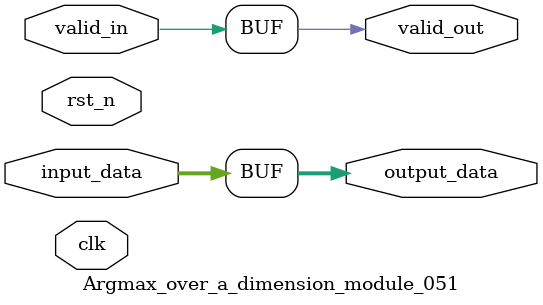
<source format=v>

module Argmax_over_a_dimension_module_051 (
    input clk,
    input rst_n,
    input valid_in,
    output valid_out,
    // Add specific ports based on operator type
    input [31:0] input_data,
    output [31:0] output_data
);

    // Module implementation would go here
    // This is a template - actual implementation depends on the operator
    
        // Generic operator implementation
    assign output_data = input_data; // Placeholder
    assign valid_out = valid_in;

endmodule

</source>
